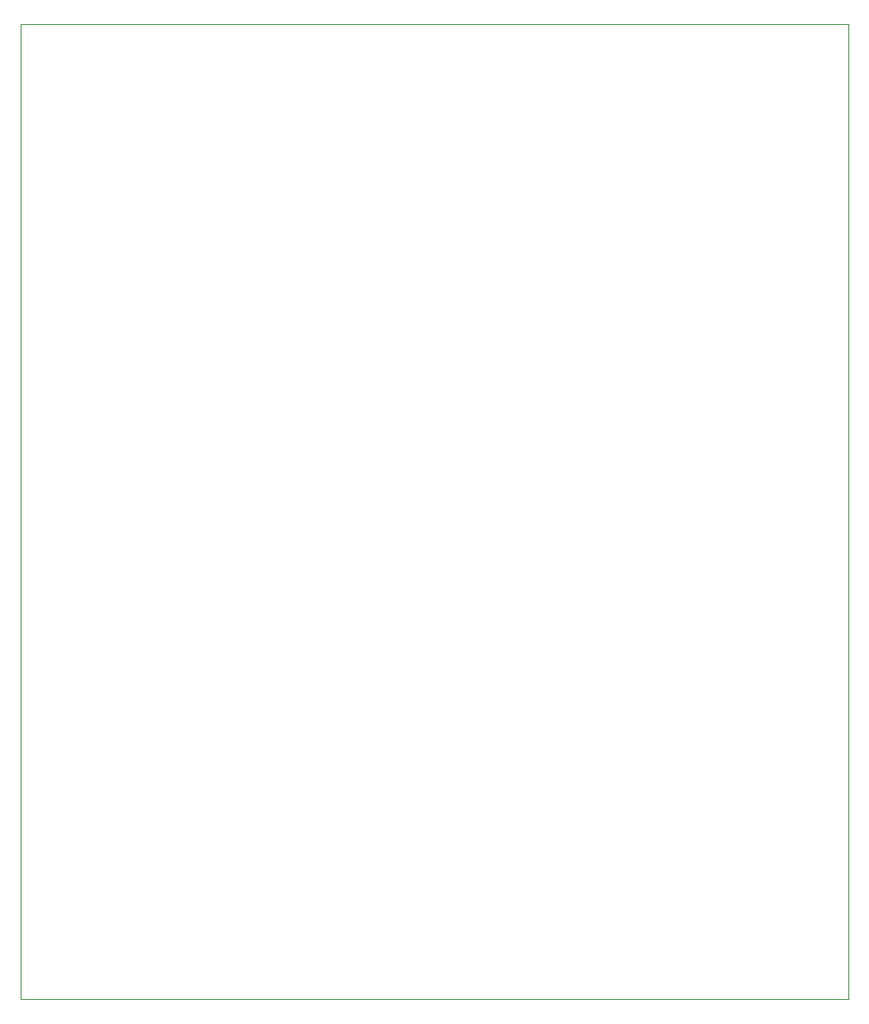
<source format=gbr>
%TF.GenerationSoftware,Altium Limited,Altium Designer,18.1.7 (191)*%
G04 Layer_Color=0*
%FSLAX26Y26*%
%MOIN*%
%TF.FileFunction,Profile,NP*%
%TF.Part,Single*%
G01*
G75*
%TA.AperFunction,Profile*%
%ADD180C,0.001000*%
D180*
X78504Y71535D02*
X3291811Y71535D01*
X3291811Y3856063D01*
X78504Y3856063D01*
Y71535D01*
%TF.MD5,fb0d50bd90c4235b7913326bd1b7cd1f*%
M02*

</source>
